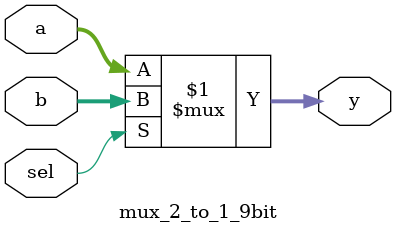
<source format=v>
module mux_2_to_1_9bit (
    input wire [7:0] a,
    input wire [7:0] b,
    input wire sel,
    output wire [7:0] y
);
    assign y = sel ? b : a;
endmodule
</source>
